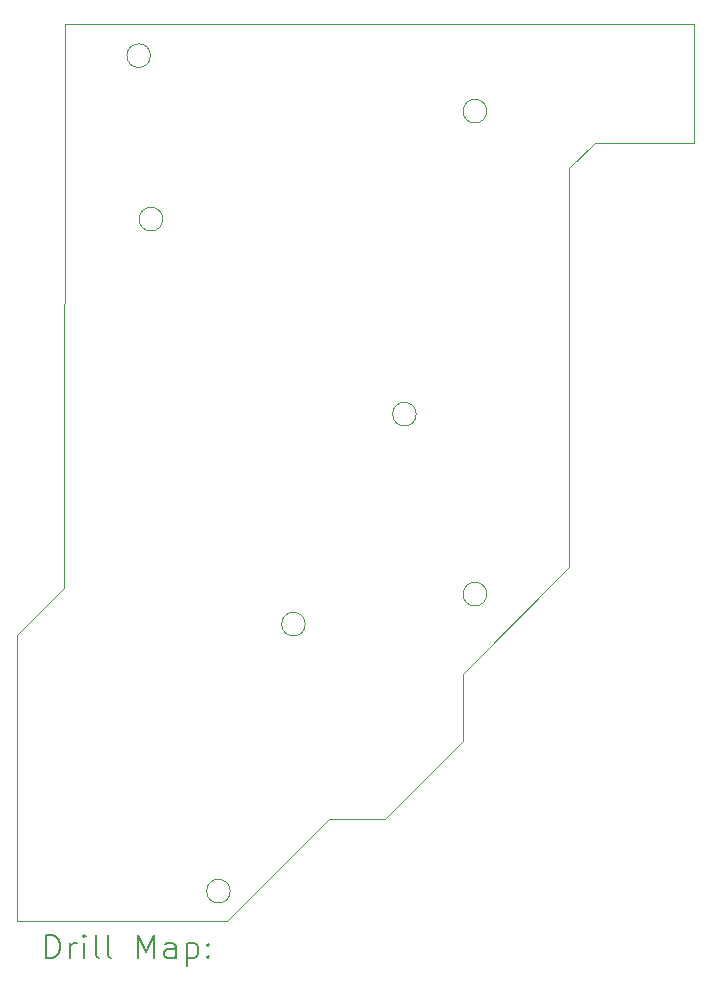
<source format=gbr>
%TF.GenerationSoftware,KiCad,Pcbnew,7.0.2-0*%
%TF.CreationDate,2025-01-26T18:28:25-07:00*%
%TF.ProjectId,RightMB,52696768-744d-4422-9e6b-696361645f70,rev?*%
%TF.SameCoordinates,Original*%
%TF.FileFunction,Drillmap*%
%TF.FilePolarity,Positive*%
%FSLAX45Y45*%
G04 Gerber Fmt 4.5, Leading zero omitted, Abs format (unit mm)*
G04 Created by KiCad (PCBNEW 7.0.2-0) date 2025-01-26 18:28:25*
%MOMM*%
%LPD*%
G01*
G04 APERTURE LIST*
%ADD10C,0.050000*%
%ADD11C,0.200000*%
G04 APERTURE END LIST*
D10*
X20739100Y-10744200D02*
X20751800Y-5969000D01*
X20345400Y-11137900D02*
X20739100Y-10744200D01*
X23723600Y-9271000D02*
G75*
G03*
X23723600Y-9271000I-100000J0D01*
G01*
X22783800Y-11049000D02*
G75*
G03*
X22783800Y-11049000I-100000J0D01*
G01*
X20345400Y-13563600D02*
X20345400Y-11137900D01*
X25019000Y-7188200D02*
X25234900Y-6972300D01*
X20345400Y-13563600D02*
X22123400Y-13563600D01*
X21577300Y-7620000D02*
G75*
G03*
X21577300Y-7620000I-100000J0D01*
G01*
X25019000Y-10566400D02*
X24117300Y-11468100D01*
X22987000Y-12700000D02*
X22123400Y-13563600D01*
X20751800Y-5969000D02*
X26073100Y-5969000D01*
X26073100Y-5969000D02*
X26073100Y-6972300D01*
X21474100Y-6235700D02*
G75*
G03*
X21474100Y-6235700I-100000J0D01*
G01*
X24320500Y-10795000D02*
G75*
G03*
X24320500Y-10795000I-100000J0D01*
G01*
X24117300Y-11468100D02*
X24117300Y-12039600D01*
X26073100Y-6972300D02*
X25234900Y-6972300D01*
X23456900Y-12700000D02*
X22987000Y-12700000D01*
X22148800Y-13309600D02*
G75*
G03*
X22148800Y-13309600I-100000J0D01*
G01*
X24117300Y-12039600D02*
X23456900Y-12700000D01*
X24320500Y-6705600D02*
G75*
G03*
X24320500Y-6705600I-100000J0D01*
G01*
X25019000Y-7188200D02*
X25019000Y-10566400D01*
D11*
X20590519Y-13878624D02*
X20590519Y-13678624D01*
X20590519Y-13678624D02*
X20638138Y-13678624D01*
X20638138Y-13678624D02*
X20666710Y-13688148D01*
X20666710Y-13688148D02*
X20685757Y-13707195D01*
X20685757Y-13707195D02*
X20695281Y-13726243D01*
X20695281Y-13726243D02*
X20704805Y-13764338D01*
X20704805Y-13764338D02*
X20704805Y-13792909D01*
X20704805Y-13792909D02*
X20695281Y-13831005D01*
X20695281Y-13831005D02*
X20685757Y-13850052D01*
X20685757Y-13850052D02*
X20666710Y-13869100D01*
X20666710Y-13869100D02*
X20638138Y-13878624D01*
X20638138Y-13878624D02*
X20590519Y-13878624D01*
X20790519Y-13878624D02*
X20790519Y-13745290D01*
X20790519Y-13783386D02*
X20800043Y-13764338D01*
X20800043Y-13764338D02*
X20809567Y-13754814D01*
X20809567Y-13754814D02*
X20828614Y-13745290D01*
X20828614Y-13745290D02*
X20847662Y-13745290D01*
X20914329Y-13878624D02*
X20914329Y-13745290D01*
X20914329Y-13678624D02*
X20904805Y-13688148D01*
X20904805Y-13688148D02*
X20914329Y-13697671D01*
X20914329Y-13697671D02*
X20923852Y-13688148D01*
X20923852Y-13688148D02*
X20914329Y-13678624D01*
X20914329Y-13678624D02*
X20914329Y-13697671D01*
X21038138Y-13878624D02*
X21019090Y-13869100D01*
X21019090Y-13869100D02*
X21009567Y-13850052D01*
X21009567Y-13850052D02*
X21009567Y-13678624D01*
X21142900Y-13878624D02*
X21123852Y-13869100D01*
X21123852Y-13869100D02*
X21114329Y-13850052D01*
X21114329Y-13850052D02*
X21114329Y-13678624D01*
X21371471Y-13878624D02*
X21371471Y-13678624D01*
X21371471Y-13678624D02*
X21438138Y-13821481D01*
X21438138Y-13821481D02*
X21504805Y-13678624D01*
X21504805Y-13678624D02*
X21504805Y-13878624D01*
X21685757Y-13878624D02*
X21685757Y-13773862D01*
X21685757Y-13773862D02*
X21676233Y-13754814D01*
X21676233Y-13754814D02*
X21657186Y-13745290D01*
X21657186Y-13745290D02*
X21619090Y-13745290D01*
X21619090Y-13745290D02*
X21600043Y-13754814D01*
X21685757Y-13869100D02*
X21666710Y-13878624D01*
X21666710Y-13878624D02*
X21619090Y-13878624D01*
X21619090Y-13878624D02*
X21600043Y-13869100D01*
X21600043Y-13869100D02*
X21590519Y-13850052D01*
X21590519Y-13850052D02*
X21590519Y-13831005D01*
X21590519Y-13831005D02*
X21600043Y-13811957D01*
X21600043Y-13811957D02*
X21619090Y-13802433D01*
X21619090Y-13802433D02*
X21666710Y-13802433D01*
X21666710Y-13802433D02*
X21685757Y-13792909D01*
X21780995Y-13745290D02*
X21780995Y-13945290D01*
X21780995Y-13754814D02*
X21800043Y-13745290D01*
X21800043Y-13745290D02*
X21838138Y-13745290D01*
X21838138Y-13745290D02*
X21857186Y-13754814D01*
X21857186Y-13754814D02*
X21866710Y-13764338D01*
X21866710Y-13764338D02*
X21876233Y-13783386D01*
X21876233Y-13783386D02*
X21876233Y-13840528D01*
X21876233Y-13840528D02*
X21866710Y-13859576D01*
X21866710Y-13859576D02*
X21857186Y-13869100D01*
X21857186Y-13869100D02*
X21838138Y-13878624D01*
X21838138Y-13878624D02*
X21800043Y-13878624D01*
X21800043Y-13878624D02*
X21780995Y-13869100D01*
X21961948Y-13859576D02*
X21971471Y-13869100D01*
X21971471Y-13869100D02*
X21961948Y-13878624D01*
X21961948Y-13878624D02*
X21952424Y-13869100D01*
X21952424Y-13869100D02*
X21961948Y-13859576D01*
X21961948Y-13859576D02*
X21961948Y-13878624D01*
X21961948Y-13754814D02*
X21971471Y-13764338D01*
X21971471Y-13764338D02*
X21961948Y-13773862D01*
X21961948Y-13773862D02*
X21952424Y-13764338D01*
X21952424Y-13764338D02*
X21961948Y-13754814D01*
X21961948Y-13754814D02*
X21961948Y-13773862D01*
M02*

</source>
